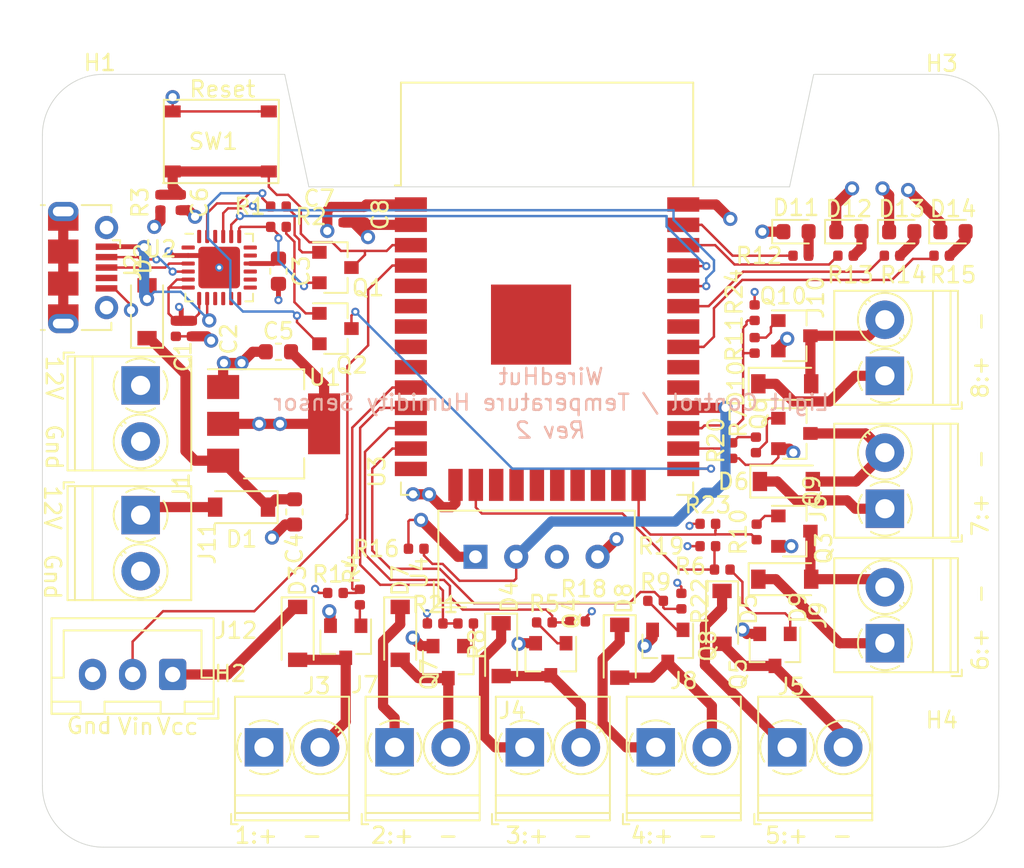
<source format=kicad_pcb>
(kicad_pcb (version 20211014) (generator pcbnew)
  (title_block (date "2021-12-03") (comment 4 "@Comment4@"))
  (layers (0 "F.Cu" signal) (1 "In1.Cu" power) (2 "In2.Cu" power) (31 "B.Cu" signal) (34 "B.Paste" user) (35 "F.Paste" user) (36 "B.SilkS" user "B.Silkscreen") (37 "F.SilkS" user "F.Silkscreen") (38 "B.Mask" user) (39 "F.Mask" user) (44 "Edge.Cuts" user))
  (net 0 "")
  (net 1 "GND")
  (net 2 "+3V3")
  (net 3 "Net-(C3-Pad1)")
  (net 4 "Net-(C4-Pad1)")
  (net 5 "/EN")
  (net 6 "VCC")
  (net 7 "VBUS")
  (net 8 "/USB_RTS")
  (net 9 "Net-(Q1-Pad1)")
  (net 10 "/IO0")
  (net 11 "/USB_DTR")
  (net 12 "Net-(Q2-Pad1)")
  (net 13 "/USB_TX")
  (net 14 "/USB_RX")
  (net 15 "/USB_DM")
  (net 16 "/USB_DP")
  (net 17 "Net-(D3-Pad2)")
  (net 18 "Net-(D4-Pad2)")
  (net 19 "Net-(D5-Pad2)")
  (net 20 "Net-(D6-Pad2)")
  (net 21 "Net-(D7-Pad2)")
  (net 22 "Net-(D8-Pad2)")
  (net 23 "Net-(D9-Pad2)")
  (net 24 "Net-(D10-Pad2)")
  (net 25 "Net-(Q3-Pad1)")
  (net 26 "Net-(Q4-Pad1)")
  (net 27 "Net-(Q5-Pad1)")
  (net 28 "Net-(Q6-Pad1)")
  (net 29 "Net-(Q7-Pad1)")
  (net 30 "Net-(Q8-Pad1)")
  (net 31 "Net-(Q9-Pad1)")
  (net 32 "Net-(Q10-Pad1)")
  (net 33 "/PIR_A")
  (net 34 "/CH_1")
  (net 35 "/CH_3")
  (net 36 "/CH_5")
  (net 37 "/CH_7")
  (net 38 "/CH_2")
  (net 39 "/CH_4")
  (net 40 "/CH_6")
  (net 41 "/CH_8")
  (net 42 "Net-(D11-Pad2)")
  (net 43 "Net-(D12-Pad2)")
  (net 44 "Net-(D13-Pad2)")
  (net 45 "Net-(D14-Pad2)")
  (net 46 "/LED1")
  (net 47 "/LED2")
  (net 48 "/LED3")
  (net 49 "/LED4")
  (net 50 "/DHT_IO")
  (footprint "Resistor_SMD:R_0402_1005Metric" (layer "F.Cu") (at 111.2 69.85 -90)
    (fp_text reference "C1")
    (fp_text value "1uF")
  )
  (footprint "Resistor_SMD:R_0402_1005Metric" (layer "F.Cu") (at 112.2 69.85 -90)
    (fp_text reference "C2")
    (fp_text value "0.1uF")
  )
  (footprint "Resistor_SMD:R_0603_1608Metric" (layer "F.Cu") (at 117.602 66.2685 -90)
    (fp_text reference "C3")
    (fp_text value "4.7uF")
  )
  (footprint "Resistor_SMD:R_0603_1608Metric" (layer "F.Cu") (at 118.6 81.3 -90)
    (fp_text reference "C4")
    (fp_text value "1uF")
  )
  (footprint "Resistor_SMD:R_0603_1608Metric" (layer "F.Cu") (at 117.6 71.3 180)
    (fp_text reference "C5")
    (fp_text value "22uF")
  )
  (footprint "Resistor_SMD:R_0402_1005Metric" (layer "F.Cu") (at 122.936 62.738 90)
    (fp_text reference "C8")
    (fp_text value "0.1uF")
  )
  (footprint "Diode_SMD:D_SOD-123" (layer "F.Cu") (at 115.3 81 180)
    (fp_text reference "D1")
    (fp_text value "D_Schottky")
  )
  (footprint "Diode_SMD:D_SOD-123" (layer "F.Cu") (at 109.4 68.8 90)
    (fp_text reference "D2")
    (fp_text value "D_Schottky")
  )
  (footprint "Package_TO_SOT_SMD:SOT-23" (layer "F.Cu") (at 121.158 69.85)
    (fp_text reference "Q2")
    (fp_text value "Q_NPN_BEC")
  )
  (footprint "Resistor_SMD:R_0402_1005Metric" (layer "F.Cu") (at 117.602 62.23 180)
    (fp_text reference "R1")
    (fp_text value "10kR")
  )
  (footprint "Resistor_SMD:R_0402_1005Metric" (layer "F.Cu") (at 117.602 63.5 180)
    (fp_text reference "R2")
    (fp_text value "10kR")
  )
  (footprint "Resistor_SMD:R_0402_1005Metric" (layer "F.Cu") (at 110.236 61.976 -90)
    (fp_text reference "R3")
    (fp_text value "10kR")
  )
  (footprint "footprints:TS-1187A" (layer "F.Cu") (at 114 58.166)
    (fp_text reference "SW1")
    (fp_text value "SW_Push")
  )
  (footprint "Package_TO_SOT_SMD:SOT-223-3_TabPin2" (layer "F.Cu") (at 117.3 75.8)
    (fp_text reference "U1")
    (fp_text value "AZ1117-3.3")
  )
  (footprint "Package_DFN_QFN:QFN-24-1EP_4x4mm_P0.5mm_EP2.6x2.6mm" (layer "F.Cu") (at 113.904 66.04)
    (fp_text reference "U2")
    (fp_text value "CP2104")
  )
  (footprint "RF_Module:ESP32-WROOM-32" (layer "F.Cu") (at 134.366 70.358)
    (fp_text reference "U3")
    (fp_text value "ESP32-WROOM-32")
  )
  (footprint "Diode_SMD:D_SOD-123" (layer "F.Cu") (at 118.8 88.884 -90)
    (fp_text reference "D3")
    (fp_text value "D_Schottky")
  )
  (footprint "Connector_USB:USB_Micro-B_Molex-105017-0001" (layer "F.Cu") (at 105.41 66.04 -90)
    (fp_text reference "J2")
    (fp_text value "USB_B_Micro")
  )
  (footprint "Resistor_SMD:R_0402_1005Metric" (layer "F.Cu") (at 122.682 86.614 90)
    (fp_text reference "R4")
    (fp_text value "100R")
  )
  (footprint "Resistor_SMD:R_0402_1005Metric" (layer "F.Cu") (at 134.2 88.2)
    (fp_text reference "R5")
    (fp_text value "100R")
  )
  (footprint "Resistor_SMD:R_0402_1005Metric" (layer "F.Cu") (at 145.3 84.9 180)
    (fp_text reference "R6")
    (fp_text value "100R")
  )
  (footprint "Resistor_SMD:R_0402_1005Metric" (layer "F.Cu") (at 147.4 77.115 90)
    (fp_text reference "R7")
    (fp_text value "100R")
  )
  (footprint "Resistor_SMD:R_0402_1005Metric" (layer "F.Cu") (at 129.286 88.265 180)
    (fp_text reference "R8")
    (fp_text value "100R")
  )
  (footprint "Resistor_SMD:R_0402_1005Metric" (layer "F.Cu") (at 141.138 86.852)
    (fp_text reference "R9")
    (fp_text value "100R")
  )
  (footprint "Resistor_SMD:R_0402_1005Metric" (layer "F.Cu") (at 147.32 70.9 -90)
    (fp_text reference "R11")
    (fp_text value "100R")
  )
  (footprint "TerminalBlock_Phoenix:TerminalBlock_Phoenix_PT-1,5-2-3.5-H_1x02_P3.50mm_Horizontal" (layer "F.Cu") (at 109 73.4 -90)
    (fp_text reference "J1")
    (fp_text value "Screw_Terminal_01x02")
  )
  (footprint "TerminalBlock_Phoenix:TerminalBlock_Phoenix_PT-1,5-2-3.5-H_1x02_P3.50mm_Horizontal" (layer "F.Cu") (at 116.7 96)
    (fp_text reference "J3")
    (fp_text value "Screw_Terminal_01x02")
  )
  (footprint "Resistor_SMD:R_0402_1005Metric" (layer "F.Cu") (at 121.666 62.738 90)
    (fp_text reference "C7")
    (fp_text value "10uF")
  )
  (footprint "Package_TO_SOT_SMD:SOT-23" (layer "F.Cu") (at 121.158 66.04)
    (fp_text reference "Q1")
    (fp_text value "Q_NPN_BEC")
  )
  (footprint "Resistor_SMD:R_0402_1005Metric" (layer "F.Cu") (at 111.506 61.976 -90)
    (fp_text reference "C6")
    (fp_text value "0.1uF")
  )
  (footprint "Diode_SMD:D_SOD-123" (layer "F.Cu") (at 131.5 89.9 -90)
    (fp_text reference "D4")
    (fp_text value "D_Schottky")
  )
  (footprint "Diode_SMD:D_SOD-123" (layer "F.Cu") (at 145.288 87.884 -90)
    (fp_text reference "D5")
    (fp_text value "D_Schottky")
  )
  (footprint "Diode_SMD:D_SOD-123" (layer "F.Cu") (at 149.3 79.4)
    (fp_text reference "D6")
    (fp_text value "D_Schottky")
  )
  (footprint "Diode_SMD:D_SOD-123" (layer "F.Cu") (at 125.2 88.884 -90)
    (fp_text reference "D7")
    (fp_text value "D_Schottky")
  )
  (footprint "Diode_SMD:D_SOD-123" (layer "F.Cu") (at 138.9 90 -90)
    (fp_text reference "D8")
    (fp_text value "D_Schottky")
  )
  (footprint "Diode_SMD:D_SOD-123" (layer "F.Cu") (at 149.2 73.3)
    (fp_text reference "D10")
    (fp_text value "D_Schottky")
  )
  (footprint "Package_TO_SOT_SMD:SOT-23" (layer "F.Cu") (at 134.6 90.5 -90)
    (fp_text reference "Q4")
    (fp_text value "Q_NMOS_GDS")
  )
  (footprint "Package_TO_SOT_SMD:SOT-23" (layer "F.Cu") (at 148.59 89.916 -90)
    (fp_text reference "Q5")
    (fp_text value "Q_NMOS_GDS")
  )
  (footprint "Package_TO_SOT_SMD:SOT-23" (layer "F.Cu") (at 149.8 76.4)
    (fp_text reference "Q6")
    (fp_text value "Q_NMOS_GDS")
  )
  (footprint "Package_TO_SOT_SMD:SOT-23" (layer "F.Cu") (at 128.2 90.678 -90)
    (fp_text reference "Q7")
    (fp_text value "Q_NMOS_GDS")
  )
  (footprint "Package_TO_SOT_SMD:SOT-23" (layer "F.Cu") (at 141.9 89.662 -90)
    (fp_text reference "Q8")
    (fp_text value "Q_NMOS_GDS")
  )
  (footprint "TerminalBlock_Phoenix:TerminalBlock_Phoenix_PT-1,5-2-3.5-H_1x02_P3.50mm_Horizontal" (layer "F.Cu") (at 132.978 96)
    (fp_text reference "J4")
    (fp_text value "Screw_Terminal_01x02")
  )
  (footprint "TerminalBlock_Phoenix:TerminalBlock_Phoenix_PT-1,5-2-3.5-H_1x02_P3.50mm_Horizontal" (layer "F.Cu") (at 149.35 96)
    (fp_text reference "J5")
    (fp_text value "Screw_Terminal_01x02")
  )
  (footprint "TerminalBlock_Phoenix:TerminalBlock_Phoenix_PT-1,5-2-3.5-H_1x02_P3.50mm_Horizontal" (layer "F.Cu") (at 155.448 81.1 90)
    (fp_text reference "J6")
    (fp_text value "Screw_Terminal_01x02")
  )
  (footprint "TerminalBlock_Phoenix:TerminalBlock_Phoenix_PT-1,5-2-3.5-H_1x02_P3.50mm_Horizontal" (layer "F.Cu") (at 124.85 96)
    (fp_text reference "J7")
    (fp_text value "Screw_Terminal_01x02")
  )
  (footprint "TerminalBlock_Phoenix:TerminalBlock_Phoenix_PT-1,5-2-3.5-H_1x02_P3.50mm_Horizontal" (layer "F.Cu") (at 141.15 96)
    (fp_text reference "J8")
    (fp_text value "Screw_Terminal_01x02")
  )
  (footprint "TerminalBlock_Phoenix:TerminalBlock_Phoenix_PT-1,5-2-3.5-H_1x02_P3.50mm_Horizontal" (layer "F.Cu") (at 155.448 72.8 90)
    (fp_text reference "J10")
    (fp_text value "Screw_Terminal_01x02")
  )
  (footprint "Resistor_SMD:R_0402_1005Metric" (layer "F.Cu") (at 147.447 82.55 -90)
    (fp_text reference "R10")
    (fp_text value "100R")
  )
  (footprint "TerminalBlock_Phoenix:TerminalBlock_Phoenix_PT-1,5-2-3.5-H_1x02_P3.50mm_Horizontal" (layer "F.Cu") (at 155.448 89.5 90)
    (fp_text reference "J9")
    (fp_text value "Screw_Terminal_01x02")
  )
  (footprint "Package_TO_SOT_SMD:SOT-23" (layer "F.Cu") (at 149.8 82.5)
    (fp_text reference "Q9")
    (fp_text value "Q_NMOS_GDS")
  )
  (footprint "TerminalBlock_Phoenix:TerminalBlock_Phoenix_PT-1,5-2-3.5-H_1x02_P3.50mm_Horizontal" (layer "F.Cu") (at 109 81.5 -90)
    (fp_text reference "J11")
    (fp_text value "Screw_Terminal_01x02")
  )
  (footprint "Connector_JST:JST_XH_B3B-XH-A_1x03_P2.50mm_Vertical" (layer "F.Cu") (at 111 91.45 180)
    (fp_text reference "J12")
    (fp_text value "Conn_01x03")
  )
  (footprint "MountingHole:MountingHole_3.2mm_M3" (layer "F.Cu") (at 106.45 57.45)
    (fp_text reference "H1")
    (fp_text value "MountingHole")
  )
  (footprint "MountingHole:MountingHole_3.2mm_M3" (layer "F.Cu") (at 106.5 98.5)
    (fp_text reference "H2")
    (fp_text value "MountingHole")
  )
  (footprint "MountingHole:MountingHole_3.2mm_M3" (layer "F.Cu") (at 159 57.5)
    (fp_text reference "H3")
    (fp_text value "MountingHole")
  )
  (footprint "MountingHole:MountingHole_3.2mm_M3" (layer "F.Cu") (at 159 98.5)
    (fp_text reference "H4")
    (fp_text value "MountingHole")
  )
  (footprint "Diode_SMD:D_SOD-123" (layer "F.Cu") (at 149.2 85.5)
    (fp_text reference "D9")
    (fp_text value "D_Schottky")
  )
  (footprint "LED_SMD:LED_0603_1608Metric" (layer "F.Cu") (at 149.9 63.8)
    (fp_text reference "D11")
    (fp_text value "Green")
  )
  (footprint "LED_SMD:LED_0603_1608Metric" (layer "F.Cu") (at 153.2 63.8)
    (fp_text reference "D12")
    (fp_text value "Green")
  )
  (footprint "LED_SMD:LED_0603_1608Metric" (layer "F.Cu") (at 156.5 63.8)
    (fp_text reference "D13")
    (fp_text value "Red")
  )
  (footprint "LED_SMD:LED_0603_1608Metric" (layer "F.Cu") (at 159.7 63.8)
    (fp_text reference "D14")
    (fp_text value "Red")
  )
  (footprint "Resistor_SMD:R_0402_1005Metric" (layer "F.Cu") (at 150.2 65.3)
    (fp_text reference "R12")
    (fp_text value "47R")
  )
  (footprint "Resistor_SMD:R_0402_1005Metric" (layer "F.Cu") (at 153 65.3)
    (fp_text reference "R13")
    (fp_text value "47R")
  )
  (footprint "Resistor_SMD:R_0402_1005Metric" (layer "F.Cu") (at 155.9 65.3)
    (fp_text reference "R14")
    (fp_text value "150R")
  )
  (footprint "Resistor_SMD:R_0402_1005Metric" (layer "F.Cu") (at 159 65.3)
    (fp_text reference "R15")
    (fp_text value "150R")
  )
  (footprint "Sensor:Aosong_DHT11_5.5x12.0_P2.54mm" (layer "F.Cu") (at 129.9 84.1 90)
    (fp_text reference "U4")
    (fp_text value "DHT11")
  )
  (footprint "Resistor_SMD:R_0402_1005Metric" (layer "F.Cu") (at 126.2 83.6 180)
    (fp_text reference "R16")
    (fp_text value "10kR")
  )
  (footprint "Package_TO_SOT_SMD:SOT-23" (layer "F.Cu") (at 121.8 89.408 -90)
    (fp_text reference "Q3")
    (fp_text value "Q_NMOS_GSD")
  )
  (footprint "Resistor_SMD:R_0402_1005Metric" (layer "F.Cu") (at 121.158 86.36)
    (fp_text reference "R17")
    (fp_text value "10kR")
  )
  (footprint "Resistor_SMD:R_0402_1005Metric" (layer "F.Cu") (at 136.271 88.138 180)
    (fp_text reference "R18")
    (fp_text value "10kR")
  )
  (footprint "Resistor_SMD:R_0402_1005Metric" (layer "F.Cu") (at 144.399 83.439)
    (fp_text reference "R19")
    (fp_text value "10kR")
  )
  (footprint "Resistor_SMD:R_0402_1005Metric" (layer "F.Cu") (at 145.923 77.47 90)
    (fp_text reference "R20")
    (fp_text value "10kR")
  )
  (footprint "Resistor_SMD:R_0402_1005Metric" (layer "F.Cu") (at 127.381 88.265)
    (fp_text reference "R21")
    (fp_text value "10kR")
  )
  (footprint "Resistor_SMD:R_0402_1005Metric" (layer "F.Cu") (at 142.748 86.868 -90)
    (fp_text reference "R22")
    (fp_text value "10kR")
  )
  (footprint "Resistor_SMD:R_0402_1005Metric" (layer "F.Cu") (at 144.399 82.042)
    (fp_text reference "R23")
    (fp_text value "10kR")
  )
  (footprint "Resistor_SMD:R_0402_1005Metric" (layer "F.Cu") (at 147.32 68.857 -90)
    (fp_text reference "R24")
    (fp_text value "10kR")
  )
  (footprint "Package_TO_SOT_SMD:SOT-23" (layer "F.Cu") (at 149.8 70.3)
    (fp_text reference "Q10")
    (fp_text value "Q_NMOS_GDS")
  )
  (gr_line (start 102.87 57.785) (end 102.87 98.425) (layer "Edge.Cuts") (width 0.05))
  (gr_line (start 106.68 102.235) (end 158.75 102.235) (layer "Edge.Cuts") (width 0.05))
  (gr_line (start 162.56 98.425) (end 162.56 57.785) (layer "Edge.Cuts") (width 0.05))
  (gr_line (start 117.975 53.975) (end 118 54) (layer "Edge.Cuts") (width 0.05))
  (gr_line (start 151.025 53.975) (end 151 54) (layer "Edge.Cuts") (width 0.05))
  (gr_line (start 118 54) (end 119.5 61) (layer "Edge.Cuts") (width 0.05))
  (gr_line (start 106.68 53.975) (end 117.975 53.975) (layer "Edge.Cuts") (width 0.05))
  (gr_line (start 119.5 61) (end 149.5 61) (layer "Edge.Cuts") (width 0.05))
  (gr_arc (start 162.56 98.425) (mid 161.444077 101.119077) (end 158.75 102.235) (layer "Edge.Cuts") (width 0.05))
  (gr_arc (start 158.75 53.975) (mid 161.444077 55.090923) (end 162.56 57.785) (layer "Edge.Cuts") (width 0.05))
  (gr_arc (start 102.87 57.785) (mid 103.985923 55.090923) (end 106.68 53.975) (layer "Edge.Cuts") (width 0.05))
  (gr_arc (start 106.68 102.235) (mid 103.985923 101.119077) (end 102.87 98.425) (layer "Edge.Cuts") (width 0.05))
  (gr_line (start 149.5 61) (end 151 54) (layer "Edge.Cuts") (width 0.05))
  (gr_line (start 158.75 53.975) (end 151.025 53.975) (layer "Edge.Cuts") (width 0.05))
  (gr_text "WiredHut\nLight Control / Temperature Humidity Sensor" (at 134.62 73.66) (layer "B.SilkS") (effects (font (size 1 1)) (justify mirror)))
  (gr_text "Rev 2" (at 134.62 76.2) (layer "B.SilkS") (effects (font (size 1 1) (thickness 0.15) italic) (justify mirror)))
  (gr_text "12V  Gnd" (at 103.5 83.2 270) (layer "F.SilkS") (effects (font (size 1 1))))
  (gr_text "5:+  -" (at 150.7 101.5) (layer "F.SilkS") (effects (font (size 1 1))))
  (gr_text "Gnd" (at 105.8 94.65) (layer "F.SilkS") (effects (font (size 1 1))))
  (gr_text "6:+  -" (at 161.4 88.5 90) (layer "F.SilkS") (effects (font (size 1 1))))
  (gr_text "8:+  -" (at 161.4 71.5 90) (layer "F.SilkS") (effects (font (size 1 1))))
  (gr_text "3:+  -" (at 134.5 101.5) (layer "F.SilkS") (effects (font (size 1 1))))
  (gr_text "Vin" (at 108.7 94.7) (layer "F.SilkS") (effects (font (size 1 1))))
  (gr_text "2:+  -" (at 126.1 101.5) (layer "F.SilkS") (effects (font (size 1 1))))
  (gr_text "Vcc" (at 111.3 94.7) (layer "F.SilkS") (effects (font (size 1 1))))
  (gr_text "4:+  -" (at 142.3 101.5) (layer "F.SilkS") (effects (font (size 1 1))))
  (gr_text "1:+  -" (at 117.6 101.5) (layer "F.SilkS") (effects (font (size 1 1))))
  (gr_text "7:+  -" (at 161.4 80.1 90) (layer "F.SilkS") (effects (font (size 1 1))))
  (gr_text "Reset" (at 114.1 54.9) (layer "F.SilkS") (effects (font (size 1 1))))
  (gr_text "12V  Gnd" (at 103.6 75.1 270) (layer "F.SilkS") (effects (font (size 1 1))))
  (segment (start 117.602 67.056) (end 117.602 68.072) (width 0.3048) (layer "F.Cu") (net 1))
  (segment (start 116 71.3) (end 115.3 72) (width 0.635) (layer "F.Cu") (net 1))
  (segment (start 111.9665 65.29) (end 113.154 65.29) (width 0.3048) (layer "F.Cu") (net 1))
  (segment (start 155.7125 63.8) (end 155.7125 61.5125) (width 0.635) (layer "F.Cu") (net 1))
  (segment (start 148.8 77.9024) (end 148.8 77.35) (width 0.1524) (layer "F.Cu") (net 1))
  (segment (start 111 56.291) (end 111 55.4) (width 0.1524) (layer "F.Cu") (net 1))
  (segment (start 114.15 73.5) (end 114.15 72.05) (width 0.635) (layer "F.Cu") (net 1))
  (segment (start 147.64 88.916) (end 146.828 88.916) (width 0.635) (layer "F.Cu") (net 1))
  (segment (start 146.343 77.955) (end 146.747 78.359) (width 0.1524) (layer "F.Cu") (net 1))
  (segment (start 114.15 72.05) (end 114.2 72) (width 0.635) (layer "F.Cu") (net 1))
  (segment (start 158.9125 63.8) (end 158.9125 63.2125) (width 0.635) (layer "F.Cu") (net 1))
  (segment (start 146.747 78.359) (end 148.3434 78.359) (width 0.1524) (layer "F.Cu") (net 1))
  (segment (start 148.3434 78.359) (end 148.8 77.9024) (width 0.1524) (layer "F.Cu") (net 1))
  (segment (start 123.086 62.103) (end 122.936 62.253) (width 0.635) (layer "F.Cu") (net 1))
  (segment (start 137.6 84.1) (end 138.7 83) (width 0.635) (layer "F.Cu") (net 1))
  (segment (start 104.1725 65.04) (end 104.1725 67.04) (width 0.635) (layer "F.Cu") (net 1))
  (segment (start 149.595 83.45) (end 149.606 83.439) (width 0.635) (layer "F.Cu") (net 1))
  (segment (start 111.01 65.29) (end 110.744 65.024) (width 0.3048) (layer "F.Cu") (net 1))
  (segment (start 128.651 79.613) (end 128.651 80.749) (width 0.635) (layer "F.Cu") (net 1))
  (segment (start 117 56.291) (end 116.3476 56.291) (width 0.1524) (layer "F.Cu") (net 1))
  (segment (start 113.154 65.29) (end 113.904 66.04) (width 0.3048) (layer "F.Cu") (net 1))
  (segment (start 136.756 87.907) (end 137.16 87.503) (width 0.1524) (layer "F.Cu") (net 1))
  (segment (start 128.651 80.749) (end 128.4 81) (width 0.635) (layer "F.Cu") (net 1))
  (segment (start 106.8725 67.34) (end 107.3475 67.34) (width 0.1524) (layer "F.Cu") (net 1))
  (segment (start 152.4125 63.8) (end 152.4125 62.0875) (width 0.635) (layer "F.Cu") (net 1))
  (segment (start 120.673 86.36) (end 120.142 86.36) (width 0.1524) (layer "F.Cu") (net 1))
  (segment (start 146.828 88.916) (end 146.558 88.646) (width 0.635) (layer "F.Cu") (net 1))
  (segment (start 126.896 87.653) (end 126.873 87.63) (width 0.1524) (layer "F.Cu") (net 1))
  (segment (start 143.914 82.042) (end 143.383 82.042) (width 0.1524) (layer "F.Cu") (net 1))
  (segment (start 143.383 82.042) (end 143.256 82.169) (width 0.1524) (layer "F.Cu") (net 1))
  (segment (start 149.486 77.35) (end 149.733 77.597) (width 0.635) (layer "F.Cu") (net 1))
  (segment (start 143.914 83.439) (end 143.129 83.439) (width 0.1524) (layer "F.Cu") (net 1))
  (segment (start 127 80.2) (end 126 80.2) (width 0.635) (layer "F.Cu") (net 1))
  (segment (start 121.666 62.253) (end 120.881 62.253) (width 0.635) (layer "F.Cu") (net 1))
  (segment (start 145.923 77.955) (end 146.343 77.955) (width 0.1524) (layer "F.Cu") (net 1))
  (segment (start 148.8 77.35) (end 149.486 77.35) (width 0.635) (layer "F.Cu") (net 1))
  (segment (start 148.8 83.45) (end 149.595 83.45) (width 0.635) (layer "F.Cu") (net 1))
  (segment (start 140.95 88.662) (end 140.95 89.174) (width 0.635) (layer "F.Cu") (net 1))
  (segment (start 111.991 62.461) (end 112.395 62.865) (width 0.635) (layer "F.Cu") (net 1))
  (segment (start 126.508 89.678) (end 125.984 89.154) (width 0.635) (layer "F.Cu") (net 1))
  (segment (start 127.25 89.678) (end 126.508 89.678) (width 0.635) (layer "F.Cu") (net 1))
  (segment (start 137.52 84.1) (end 137.6 84.1) (width 0.635) (layer "F.Cu") (net 1))
  (segment (start 148.8 71.037) (end 149.352 70.485) (width 0.635) (layer "F.Cu") (net 1))
  (segment (start 120.85 88.408) (end 120.85 87.576) (width 0.635) (layer "F.Cu") (net 1))
  (segment (start 126.896 88.265) (end 126.896 87.653) (width 0.1524) (layer "F.Cu") (net 1))
  (segment (start 112.2 70.335) (end 113.135 70.335) (width 0.635) (layer "F.Cu") (net 1))
  (segment (start 122.936 62.253) (end 121.666 62.253) (width 0.635) (layer "F.Cu") (net 1))
  (segment (start 147.32 68.372) (end 147.32 67.564) (width 0.1524) (layer "F.Cu") (net 1))
  (segment (start 142.748 85.979) (end 142.494 85.725) (width 0.1524) (layer "F.Cu") (net 1))
  (segment (start 111.9665 65.29) (end 111.01 65.29) (width 0.3048) (layer "F.Cu") (net 1))
  (segment (start 158.9125 63.2125) (end 156.9 61.2) (width 0.635) (layer "F.Cu") (net 1))
  (segment (start 108.4 68.3925) (end 108.4 68.7) (width 0.1524) (layer "F.Cu") (net 1))
  (segment (start 116.8125 71.3) (end 116 71.3) (width 0.635) (layer "F.Cu") (net 1))
  (segment (start 120.881 62.253) (end 120.87609 62.25791) (width 0.635) (layer "F.Cu") (net 1))
  (segment (start 113.135 70.335) (end 113.4 70.6) (width 0.635) (layer "F.Cu") (net 1))
  (segment (start 125.866 62.103) (end 123.086 62.103) (width 0.635) (layer "F.Cu") (net 1))
  (segment (start 136.756 88.138) (end 136.756 87.907) (width 0.1524) (layer "F.Cu") (net 1))
  (segment (start 142.866 62.103) (end 144.903 62.103) (width 0.635) (layer "F.Cu") (net 1))
  (segment (start 149.1125 63.8) (end 147.8 63.8) (width 0.635) (layer "F.Cu") (net 1))
  (segment (start 133.65 89.5) (end 132.623 89.5) (width 0.635) (layer "F.Cu") (net 1))
  (segment (start 111.2 70.335) (end 112.2 70.335) (width 0.1524) (layer "F.Cu") (net 1))
  (segment (start 128.4 81) (end 127.8 81) (width 0.635) (layer "F.Cu") (net 1))
  (segment (start 142.748 86.383) (end 142.748 85.979) (width 0.1524) (layer "F.Cu") (net 1))
  (segment (start 155.7125 61.5125) (end 155.3 61.1) (width 0.635) (layer "F.Cu") (net 1))
  (segment (start 148.8 71.25) (end 148.8 71.037) (width 0.635) (layer "F.Cu") (net 1))
  (segment (start 118.6 82.0875) (end 118.0125 82.0875) (width 0.635) (layer "F.Cu") (net 1))
  (segment (start 116.3476 56.291) (end 111 56.291) (width 0.1524) (layer "F.Cu") (net 1))
  (segment (start 132.623 89.5) (end 132.588 89.535) (width 0.635) (layer "F.Cu") (net 1))
  (segment (start 120.85 87.576) (end 120.777 87.503) (width 0.635) (layer "F.Cu") (net 1))
  (segment (start 104.1725 67.04) (end 104.1725 68.94) (width 0.635) (layer "F.Cu") (net 1))
  (segment (start 118.0125 82.0875) (end 117.2 82.9) (width 0.635) (layer "F.Cu") (net 1))
  (segment (start 140.95 89.174) (end 140.462 89.662) (width 0.635) (layer "F.Cu") (net 1))
  (segment (start 120.65 62.484) (end 120.65 63.754) (width 0.635) (layer "F.Cu") (net 1))
  (segment (start 120.142 86.36) (end 119.888 86.106) (width 0.1524) (layer "F.Cu") (net 1))
  (segment (start 111.506 62.461) (end 111.991 62.461) (width 0.635) (layer "F.Cu") (net 1))
  (segment (start 144.903 62.103) (end 145.8 63) (width 0.635) (layer "F.Cu") (net 1))
  (segment (start 120.87609 62.25791) (end 120.65 62.484) (width 0.635) (layer "F.Cu") (net 1))
  (segment (start 115.3 72) (end 114.2 72) (width 0.635) (layer "F.Cu") (net 1))
  (segment (start 107.3475 67.34) (end 108.4 68.3925) (width 0.1524) (layer "F.Cu") (net 1))
  (segment (start 104.1725 63.14) (end 104.1725 65.04) (width 0.635) (layer "F.Cu") (net 1))
  (segment (start 152.4125 62.0875) (end 153.4 61.1) (width 0.635) (layer "F.Cu") (net 1))
  (segment (start 127.8 81) (end 127 80.2) (width 0.635) (layer "F.Cu") (net 1))
  (via (at 117.2 82.9) (size 0.889) (drill 0.508) (layers "F.Cu" "B.Cu") (net 1))
  (via (at 149.352 70.485) (size 0.889) (drill 0.508) (layers "F.Cu" "B.Cu") (net 1))
  (via (at 110.744 65.024) (size 0.508) (drill 0.254) (layers "F.Cu" "B.Cu") (net 1))
  (via (at 108.4 68.7) (size 0.889) (drill 0.508) (layers "F.Cu" "B.Cu") (net 1))
  (via (at 126.873 87.63) (size 0.508) (drill 0.254) (layers "F.Cu" "B.Cu") (net 1))
  (via (at 115.3 72) (size 0.889) (drill 0.508) (layers "F.Cu" "B.Cu") (net 1))
  (via (at 112.395 62.865) (size 0.889) (drill 0.508) (layers "F.Cu" "B.Cu") (net 1))
  (via (at 126 80.2) (size 0.889) (drill 0.508) (layers "F.Cu" "B.Cu") (net 1))
  (via (at 149.606 83.439) (size 0.889) (drill 0.508) (layers "F.Cu" "B.Cu") (net 1))
  (via (at 120.65 63.754) (size 0.889) (drill 0.508) (layers "F.Cu" "B.Cu") (net 1))
  (via (at 147.8 63.8) (size 0.889) (drill 0.508) (layers "F.Cu" "B.Cu") (net 1))
  (via (at 147.32 67.564) (size 0.508) (drill 0.254) (layers "F.Cu" "B.Cu") (net 1))
  (via (at 155.3 61.1) (size 0.889) (drill 0.508) (layers "F.Cu" "B.Cu") (net 1))
  (via (at 120.777 87.503) (size 0.889) (drill 0.508) (layers "F.Cu" "B.Cu") (net 1))
  (via (at 119.888 86.106) (size 0.508) (drill 0.254) (layers "F.Cu" "B.Cu") (net 1))
  (via (at 125.984 89.154) (size 0.889) (drill 0.508) (layers "F.Cu" "B.Cu") (net 1))
  (via (at 137.16 87.503) (size 0.508) (drill 0.254) (layers "F.Cu" "B.Cu") (net 1))
  (via (at 114.2 72) (size 0.889) (drill 0.508) (layers "F.Cu" "B.Cu") (net 1))
  (via (at 140.462 89.662) (size 0.889) (drill 0.508) (layers "F.Cu" "B.Cu") (net 1))
  (via (at 113.904 66.04) (size 0.508) (drill 0.254) (layers "F.Cu" "B.Cu") (net 1))
  (via (at 142.494 85.725) (size 0.508) (drill 0.254) (layers "F.Cu" "B.Cu") (net 1))
  (via (at 146.558 88.646) (size 0.889) (drill 0.508) (layers "F.Cu" "B.Cu") (net 1))
  (via (at 153.4 61.1) (size 0.889) (drill 0.508) (layers "F.Cu" "B.Cu") (net 1))
  (via (at 149.733 77.597) (size 0.889) (drill 0.508) (layers "F.Cu" "B.Cu") (net 1))
  (via (at 117.602 68.072) (size 0.508) (drill 0.254) (layers "F.Cu" "B.Cu") (net 1))
  (via (at 111 55.4) (size 0.889) (drill 0.508) (layers "F.Cu" "B.Cu") (net 1))
  (via (at 156.9 61.2) (size 0.889) (drill 0.508) (layers "F.Cu" "B.Cu") (net 1))
  (via (at 143.129 83.439) (size 0.508) (drill 0.254) (layers "F.Cu" "B.Cu") (net 1))
  (via (at 138.7 83) (size 0.889) (drill 0.508) (layers "F.Cu" "B.Cu") (net 1))
  (via (at 145.8 63) (size 0.889) (drill 0.508) (layers "F.Cu" "B.Cu") (net 1))
  (via (at 132.588 89.535) (size 0.889) (drill 0.508) (layers "F.Cu" "B.Cu") (net 1))
  (via (at 143.256 82.169) (size 0.508) (drill 0.254) (layers "F.Cu" "B.Cu") (net 1))
  (via (at 127 80.2) (size 0.889) (drill 0.508) (layers "F.Cu" "B.Cu") (net 1))
  (via (at 113.4 70.6) (size 0.889) (drill 0.508) (layers "F.Cu" "B.Cu") (net 1))
  (segment (start 125.866 63.373) (end 123.086 63.373) (width 0.635) (layer "F.Cu") (net 2))
  (segment (start 125.871383 81.8) (end 126.5 81.8) (width 0.1524) (layer "F.Cu") (net 2))
  (segment (start 111.264 66.79) (end 111.9665 66.79) (width 0.1524) (layer "F.Cu") (net 2))
  (segment (start 111.2 69.365) (end 111.535 69.365) (width 0.635) (layer "F.Cu") (net 2))
  (segment (start 123.086 63.373) (end 122.936 63.223) (width 0.635) (layer "F.Cu") (net 2))
  (segment (start 121.666 63.223) (end 122.278 63.223) (width 0.635) (layer "F.Cu") (net 2))
  (segment (start 120.45 75.8) (end 120.45 73.3625) (width 0.635) (layer "F.Cu") (net 2))
  (segment (start 110.744 67.31) (end 110.744 68.909) (width 0.1524) (layer "F.Cu") (net 2))
  (segment (start 110.744 67.31) (end 111.264 66.79) (width 0.1524) (layer "F.Cu") (net 2))
  (segment (start 120.45 73.3625) (end 118.3875 71.3) (width 0.635) (layer "F.Cu") (net 2))
  (segment (start 110.744 67.31) (end 110.764 67.29) (width 0.1524) (layer "F.Cu") (net 2))
  (segment (start 114.15 75.8) (end 116.4 75.8) (width 0.635) (layer "F.Cu") (net 2))
  (segment (start 111.535 69.365) (end 111.535 68.635) (width 0.3048) (layer "F.Cu") (net 2))
  (segment (start 125.8 81.8) (end 125.871383 81.8) (width 0.1524) (layer "F.Cu") (net 2))
  (segment (start 112.654 67.9775) (end 112.654 68.911) (width 0.1524) (layer "F.Cu") (net 2))
  (segment (start 125.715 81.885) (end 125.8 81.8) (width 0.1524) (layer "F.Cu") (net 2))
  (segment (start 111.535 69.365) (end 112.2 69.365) (width 0.635) (layer "F.Cu") (net 2))
  (segment (start 112.654 68.911) (end 112.2 69.365) (width 0.1524) (layer "F.Cu") (net 2))
  (segment (start 125.715 83.6) (end 125.715 81.885) (width 0.1524) (layer "F.Cu") (net 2))
  (segment (start 110.236 63.119) (end 109.855 63.5) (width 0.635) (layer "F.Cu") (net 2))
  (segment (start 110.764 67.29) (end 111.9665 67.29) (width 0.1524) (layer "F.Cu") (net 2))
  (segment (start 122.936 63.223) (end 121.666 63.223) (width 0.635) (layer "F.Cu") (net 2))
  (segment (start 128.8 84.1) (end 126.5 81.8) (width 0.635) (layer "F.Cu") (net 2))
  (segment (start 110.744 68.909) (end 111.2 69.365) (width 0.1524) (layer "F.Cu") (net 2))
  (segment (start 122.278 63.223) (end 123.19 64.135) (width 0.635) (layer "F.Cu") (net 2))
  (segment (start 111.535 68.635) (end 111.4 68.5) (width 0.3048) (layer "F.Cu") (net 2))
  (segment (start 129.9 84.1) (end 128.8 84.1) (width 0.635) (layer "F.Cu") (net 2))
  (segment (start 117.7 75.8) (end 116.4 75.8) (width 0.635) (layer "F.Cu") (net 2))
  (segment (start 110.236 62.461) (end 110.236 63.119) (width 0.635) (layer "F.Cu") (net 2))
  (segment (start 117.7 75.8) (end 120.45 75.8) (width 0.635) (layer "F.Cu") (net 2))
  (via (at 111.4 68.5) (size 0.508) (drill 0.254) (layers "F.Cu" "B.Cu") (net 2))
  (via (at 123.19 64.135) (size 0.889) (drill 0.508) (layers "F.Cu" "B.Cu") (net 2))
  (via (at 117.7 75.8) (size 0.889) (drill 0.508) (layers "F.Cu" "B.Cu") (net 2))
  (via (at 126.5 81.8) (size 0.889) (drill 0.508) (layers "F.Cu" "B.Cu") (net 2))
  (via (at 116.4 75.8) (size 0.889) (drill 0.508) (layers "F.Cu" "B.Cu") (net 2))
  (via (at 109.855 63.5) (size 0.889) (drill 0.508) (layers "F.Cu" "B.Cu") (net 2))
  (segment (start 117.602 65.481) (end 117.293 65.79) (width 0.3048) (layer "F.Cu") (net 3))
  (segment (start 117.293 65.79) (end 115.8415 65.79) (width 0.3048) (layer "F.Cu") (net 3))
  (segment (start 112.4 78.1) (end 114.15 78.1) (width 0.635) (layer "F.Cu") (net 4))
  (segment (start 118.6 80.5125) (end 117.4375 80.5125) (width 0.635) (layer "F.Cu") (net 4))
  (segment (start 109.55 70.45) (end 111.8 72.7) (width 0.635) (layer "F.Cu") (net 4))
  (segment (start 114.15 78.2) (end 116.95 81) (width 0.635) (layer "F.Cu") (net 4))
  (segment (start 114.15 78.1) (end 114.15 78.2) (width 0.635) (layer "F.Cu") (net 4))
  (segment (start 111.8 72.7) (end 111.8 77.5) (width 0.635) (layer "F.Cu") (net 4))
  (segment (start 117.4375 80.5125) (end 116.95 81) (width 0.635) (layer "F.Cu") (net 4))
  (segment (start 109.4 70.45) (end 109.55 70.45) (width 0.635) (layer "F.Cu") (net 4))
  (segment (start 111.8 77.5) (end 112.4 78.1) (width 0.635) (layer "F.Cu") (net 4))
  (segment (start 119 63.922798) (end 119 62.2911) (width 0.1524) (layer "F.Cu") (net 5))
  (segment (start 123 65) (end 121.5 65) (width 0.1524) (layer "F.Cu") (net 5))
  (segment (start 124.7136 64.643) (end 124.3566 65) (width 0.1524) (layer "F.Cu") (net 5))
  (segment (start 117.5 61.5) (end 117 61) (width 0.1524) (layer "F.Cu") (net 5))
  (segment (start 121.5 65) (end 120.961399 64.461399) (width 0.1524) (layer "F.Cu") (net 5))
  (segment (start 111 60.041) (end 111 60.985) (width 0.635) (layer "F.Cu") (net 5))
  (segment (start 123 65) (end 123 65.248) (width 0.1524) (layer "F.Cu") (net 5))
  (segment (start 119.538601 64.461399) (end 119 63.922798) (width 0.1524) (layer "F.Cu") (net 5))
  (segment (start 119 62.2911) (end 118.2089 61.5) (width 0.1524) (layer "F.Cu") (net 5))
  (segment (start 111 60.041) (end 117 60.041) (width 0.635) (layer "F.Cu") (net 5))
  (segment (start 120.961399 64.461399) (end 119.538601 64.461399) (width 0.1524) (layer "F.Cu") (net 5))
  (segment (start 110.236 61.491) (end 111.506 61.491) (width 0.635) (layer "F.Cu") (net 5))
  (segment (start 124.3566 65) (end 123 65) (width 0.1524) (layer "F.Cu") (net 5))
  (segment (start 125.866 64.643) (end 124.7136 64.643) (width 0.1524) (layer "F.Cu") (net 5))
  (segment (start 111 60.985) (end 111.506 61.491) (width 0.635) (layer "F.Cu") (net 5))
  (segment (start 118.2089 61.5) (end 117.5 61.5) (width 0.1524) (layer "F.Cu") (net 5))
  (segment (start 122.208 66.04) (end 122.158 66.04) (width 0.1524) (layer "F.Cu") (net 5))
  (segment (start 123 65.248) (end 122.208 66.04) (width 0.1524) (layer "F.Cu") (net 5))
  (segment (start 117 61) (end 117 60.041) (width 0.1524) (layer "F.Cu") (net 5))
  (segment (start 137.830099 94.515099) (end 139.315 96) (width 0.635) (layer "F.Cu") (net 6))
  (segment (start 148.635 85.5) (end 152.635 89.5) (width 0.635) (layer "F.Cu") (net 6))
  (segment (start 130.430099 90.404901) (end 131.5 89.335) (width 0.635) (layer "F.Cu") (net 6))
  (segment (start 137.830099 90.504901) (end 137.830099 94.515099) (width 0.635) (layer "F.Cu") (net 6))
  (segment (start 147.55 73.3) (end 148.635 73.3) (width 0.635) (layer "F.Cu") (net 6))
  (segment (start 153.613 81.1) (end 155.448 81.1) (width 0.635) (layer "F.Cu") (net 6))
  (segment (start 114.434 91.45) (end 116.7 89.184) (width 0.635) (layer "F.Cu") (net 6))
  (segment (start 149.35 96) (end 144.218099 90.868099) (width 0.635) (layer "F.Cu") (net 6))
  (segment (start 124.130099 89.388901) (end 125.2 88.319) (width 0.635) (layer "F.Cu") (net 6))
  (segment (start 113.65 81) (end 109.5 81) (width 0.635) (layer "F.Cu") (net 6))
  (segment (start 148.735 79.4) (end 149.915099 80.580099) (width 0.635) (layer "F.Cu") (net 6))
  (segment (start 144.218099 88.388901) (end 145.288 87.319) (width 0.635) (layer "F.Cu") (net 6))
  (segment (start 124.85 96) (end 124.85 94.165) (width 0.635) (layer "F.Cu") (net 6))
  (segment (start 147.55 85.5) (end 148.635 85.5) (width 0.635) (layer "F.Cu") (net 6))
  (segment (start 145.288 87.319) (end 145.288 86.234) (width 0.635) (layer "F.Cu") (net 6))
  (segment (start 109.5 81) (end 109 81.5) (width 0.635) (layer "F.Cu") (net 6))
  (segment (start 152.635 89.5) (end 153.613 89.5) (width 0.635) (layer "F.Cu") (net 6))
  (segment (start 148.635 73.3) (end 149.735 74.4) (width 0.635) (layer "F.Cu") (net 6))
  (segment (start 131.5 89.335) (end 131.5 88.25) (width 0.635) (layer "F.Cu") (net 6))
  (segment (start 124.130099 93.445099) (end 124.130099 89.388901) (width 0.635) (layer "F.Cu") (net 6))
  (segment (start 153.613 72.8) (end 155.448 72.8) (width 0.635) (layer "F.Cu") (net 6))
  (segment (start 131.143 96) (end 130.430099 95.287099) (width 0.635) (layer "F.Cu") (net 6))
  (segment (start 144.218099 90.868099) (end 144.218099 88.388901) (width 0.635) (layer "F.Cu") (net 6))
  (segment (start 138.9 89.435) (end 137.830099 90.504901) (width 0.635) (layer "F.Cu") (net 6))
  (segment (start 124.85 94.165) (end 124.130099 93.445099) (width 0.635) (layer "F.Cu") (net 6))
  (segment (start 149.915099 80.580099) (end 153.093099 80.580099) (width 0.635) (layer "F.Cu") (net 6))
  (segment (start 132.978 96) (end 131.143 96) (width 0.635) (layer "F.Cu") (net 6))
  (segment (start 149.735 74.4) (end 152.013 74.4) (width 0.635) (layer "F.Cu") (net 6))
  (segment (start 147.65 79.4) (end 148.735 79.4) (width 0.635) (layer "F.Cu") (net 6))
  (segment (start 152.013 74.4) (end 153.613 72.8) (width 0.635) (layer "F.Cu") (net 6))
  (segment (start 139.315 96) (end 141.15 96) (width 0.635) (layer "F.Cu") (net 6))
  (segment (start 153.613 89.5) (end 155.448 89.5) (width 0.635) (layer "F.Cu") (net 6))
  (segment (start 138.9 88.35) (end 138.9 89.435) (width 0.635) (layer "F.Cu") (net 6))
  (segment (start 130.430099 95.287099) (end 130.430099 90.404901) (width 0.635) (layer "F.Cu") (net 6))
  (segment (start 153.093099 80.580099) (end 153.613 81.1) (width 0.635) (layer "F.Cu") (net 6))
  (segment (start 125.2 88.319) (end 125.2 87.234) (width 0.635) (layer "F.Cu") (net 6))
  (segment (start 116.7 89.184) (end 118.65 87.234) (width 0.635) (layer "F.Cu") (net 6))
  (segment (start 118.65 87.234) (end 118.8 87.234) (width 0.635) (layer "F.Cu") (net 6))
  (segment (start 111 91.45) (end 114.434 91.45) (width 0.635) (layer "F.Cu") (net 6))
  (segment (start 113.154 67.9775) (end 113.154 69.212) (width 0.1524) (layer "F.Cu") (net 7))
  (segment (start 113.154 69.212) (end 113.284 69.342) (width 0.1524) (layer "F.Cu") (net 7))
  (segment (start 109.19 64.74) (end 109.22 64.77) (width 0.3048) (layer "F.Cu") (net 7))
  (segment (start 109.4 68) (end 109.4 67.15) (width 0.635) (layer "F.Cu") (net 7))
  (segment (start 106.8725 64.74) (end 109.19 64.74) (width 0.3048) (layer "F.Cu") (net 7))
  (via (at 109.22 64.77) (size 0.889) (drill 0.508) (layers "F.Cu" "B.Cu") (net 7))
  (via (at 109.4 68) (size 0.889) (drill 0.508) (layers "F.Cu" "B.Cu") (net 7))
  (via (at 113.284 69.342) (size 0.889) (drill 0.508) (layers "F.Cu" "B.Cu") (net 7))
  (segment (start 109.844499 67.555501) (end 109.4 68) (width 0.1524) (layer "B.Cu") (net 7))
  (segment (start 113.284 69.342) (end 111.497501 67.555501) (width 0.1524) (layer "B.Cu") (net 7))
  (segment (start 109.22 67.82) (end 109.4 68) (width 0.635) (layer "B.Cu") (net 7))
  (segment (start 111.497501 67.555501) (end 109.844499 67.555501) (width 0.1524) (layer "B.Cu") (net 7))
  (segment (start 109.22 64.77) (end 109.22 67.82) (width 0.635) (layer "B.Cu") (net 7))
  (segment (start 115.154 63.59) (end 115.244 63.5) (width 0.1524) (layer "F.Cu") (net 8))
  (segment (start 117.6 64.2) (end 117.6 63.983) (width 0.1524) (layer "F.Cu") (net 8))
  (segment (start 120.158 66.99) (end 119.41 66.99) (width 0.1524) (layer "F.Cu") (net 8))
  (segment (start 119.41 66.99) (end 119.2 67.2) (width 0.1524) (layer "F.Cu") (net 8))
  (segment (start 117.6 63.983) (end 117.117 63.5) (width 0.1524) (layer "F.Cu") (net 8))
  (segment (start 115.154 64.1025) (end 115.154 63.59) (width 0.1524) (layer "F.Cu") (net 8))
  (segment (start 115.244 63.5) (end 117.117 63.5) (width 0.1524) (layer "F.Cu") (net 8))
  (via (at 117.6 64.2) (size 0.508) (drill 0.254) (layers "F.Cu" "B.Cu") (net 8))
  (via (at 119.2 67.2) (size 0.508) (drill 0.254) (layers "F.Cu" "B.Cu") (net 8))
  (segment (start 119.2 67.2) (end 117.6 65.6) (width 0.1524) (layer "B.Cu") (net 8))
  (segment (start 117.6 65.6) (end 117.6 64.2) (width 0.1524) (layer "B.Cu") (net 8))
  (segment (start 118.087 62.23) (end 118.61061 62.75361) (width 0.1524) (layer "F.Cu") (net 9))
  (segment (start 119.09 65.09) (end 120.158 65.09) (width 0.1524) (layer "F.Cu") (net 9))
  (segment (start 118.61061 64.012544) (end 118.90481 64.306744) (width 0.1524) (layer "F.Cu") (net 9))
  (segment (start 118.90481 64.306744) (end 118.90481 64.90481) (width 0.1524) (layer "F.Cu") (net 9))
  (segment (start 118.90481 64.90481) (end 119.09 65.09) (width 0.1524) (layer "F.Cu") (net 9))
  (segment (start 118.61061 62.75361) (end 118.61061 64.012544) (width 0.1524) (layer "F.Cu") (net 9))
  (segment (start 142.879 78.6) (end 142.866 78.613) (width 0.1524) (layer "F.Cu") (net 10))
  (segment (start 122.158 69.042) (end 122.4 68.8) (width 0.1524) (layer "F.Cu") (net 10))
  (segment (start 144.6 78.6) (end 142.879 78.6) (width 0.1524) (layer "F.Cu") (net 10))
  (segment (start 122.158 69.85) (end 122.158 69.042) (width 0.1524) (layer "F.Cu") (net 10))
  (via (at 122.4 68.8) (size 0.508) (drill 0.254) (layers "F.Cu" "B.Cu") (net 10))
  (via (at 144.6 78.6) (size 0.508) (drill 0.254) (layers "F.Cu" "B.Cu") (net 10))
  (segment (start 132.2 78.6) (end 144.6 78.6) (width 0.1524) (layer "B.Cu") (net 10))
  (segment (start 122.4 68.8) (end 132.2 78.6) (width 0.1524) (layer "B.Cu") (net 10))
  (segment (start 120.108 70.8) (end 118.75875 69.45075) (width 0.1524) (layer "F.Cu") (net 11))
  (segment (start 113.154 64.1025) (end 113.154 62.646) (width 0.1524) (layer "F.Cu") (net 11))
  (segment (start 115.8 61.4) (end 116.6 61.4) (width 0.1524) (layer "F.Cu") (net 11))
  (segment (start 116.6 61.713) (end 117.117 62.23) (width 0.1524) (layer "F.Cu") (net 11))
  (segment (start 118.75875 69.45075) (end 118.75875 69.04125) (width 0.1524) (layer "F.Cu") (net 11))
  (segment (start 113.76289 62.03711) (end 115.16289 62.03711) (width 0.1524) (layer "F.Cu") (net 11))
  (segment (start 120.158 70.8) (end 120.108 70.8) (width 0.1524) (layer "F.Cu") (net 11))
  (segment (start 115.16289 62.03711) (end 115.8 61.4) (width 0.1524) (layer "F.Cu") (net 11))
  (segment (start 116.6 61.4) (end 116.6 61.713) (width 0.1524) (layer "F.Cu") (net 11))
  (segment (start 113.154 62.646) (end 113.76289 62.03711) (width 0.1524) (layer "F.Cu") (net 11))
  (via (at 116.6 61.4) (size 0.508) (drill 0.254) (layers "F.Cu" "B.Cu") (net 11))
  (via (at 118.75875 69.04125) (size 0.508) (drill 0.254) (layers "F.Cu" "B.Cu") (net 11))
  (segment (start 114 61.4) (end 116.6 61.4) (width 0.1524) (layer "B.Cu") (net 11))
  (segment (start 114.6 68) (end 114.6 65.6) (width 0.1524) (layer "B.Cu") (net 11))
  (segment (start 115.387251 68.787251) (end 114.6 68) (width 0.1524) (layer "B.Cu") (net 11))
  (segment (start 113.2 62.2) (end 114 61.4) (width 0.1524) (layer "B.Cu") (net 11))
  (segment (start 118.75875 69.04125) (end 118.504751 68.787251) (width 0.1524) (layer "B.Cu") (net 11))
  (segment (start 113.2 64.2) (end 113.2 62.2) (width 0.1524) (layer "B.Cu") (net 11))
  (segment (start 114.6 65.6) (end 113.2 64.2) (width 0.1524) (layer "B.Cu") (net 11))
  (segment (start 118.504751 68.787251) (end 115.387251 68.787251) (width 0.1524) (layer "B.Cu") (net 11))
  (segment (start 118.6 64.433) (end 118.6 68.2) (width 0.1524) (layer "F.Cu") (net 12))
  (segment (start 118.087 63.92) (end 118.6 64.433) (width 0.1524) (layer "F.Cu") (net 12))
  (segment (start 118.087 63.5) (end 118.087 63.92) (width 0.1524) (layer "F.Cu") (net 12))
  (segment (start 118.6 68.2) (end 119.3 68.9) (width 0.1524) (layer "F.Cu") (net 12))
  (segment (start 119.3 68.9) (end 120.158 68.9) (width 0.1524) (layer "F.Cu") (net 12))
  (segment (start 115.431066 62.2) (end 115.289146 62.34192) (width 0.1524) (layer "F.Cu") (net 13))
  (segment (start 144.3 67.2) (end 142.883 67.2) (width 0.1524) (layer "F.Cu") (net 13))
  (segment (start 114.45808 62.34192) (end 114.154 62.646) (width 0.1524) (layer "F.Cu") (net 13))
  (segment (start 115.289146 62.34192) (end 114.45808 62.34192) (width 0.1524) (layer "F.Cu") (net 13))
  (segment (start 114.154 62.646) (end 114.154 64.1025) (width 0.1524) (layer "F.Cu") (net 13))
  (segment (start 142.883 67.2) (end 142.866 67.183) (width 0.1524) (layer "F.Cu") (net 13))
  (segment (start 116 62.2) (end 115.431066 62.2) (width 0.1524) (layer "F.Cu") (net 13))
  (via (at 144.3 67.2) (size 0.508) (drill 0.254) (layers "F.Cu" "B.Cu") (net 13))
  (via (at 116 62.2) (size 0.508) (drill 0.254) (layers "F.Cu" "B.Cu") (net 13))
  (segment (start 116.449397 62.453999) (end 116.453999 62.458601) (width 0.1524) (layer "B.Cu") (net 13))
  (segment (start 116.453999 62.458601) (end 142.258601 62.458601) (width 0.1524) (layer "B.Cu") (net 13))
  (segment (start 142.258601 63.058601) (end 144.782601 65.582601) (width 0.1524) (layer "B.Cu") (net 13))
  (segment (start 142.258601 62.458601) (end 142.258601 63.058601) (width 0.1524) (layer "B.Cu") (net 13))
  (segment (start 116 62.2) (end 116.253999 62.453999) (width 0.1524) (layer "B.Cu") (net 13))
  (segment (start 144.782601 66.232601) (end 144.3 66.715202) (width 0.1524) (layer "B.Cu") (net 13))
  (segment (start 144.3 66.715202) (end 144.3 67.2) (width 0.1524) (layer "B.Cu") (net 13))
  (segment (start 116.253999 62.453999) (end 116.449397 62.453999) (width 0.1524) (layer "B.Cu") (net 13))
  (segment (start 144.782601 65.582601) (end 144.782601 66.232601) (width 0.1524) (layer "B.Cu") (net 13))
  (segment (start 114.654 64.1025) (end 114.654 63.367478) (width 0.1524) (layer "F.Cu") (net 14))
  (segment (start 114.654 63.367478) (end 115.196958 62.82452) (width 0.1524) (layer "F.Cu") (net 14))
  (segment (start 142.903 65.95) (end 142.866 65.913) (width 0.1524) (layer "F.Cu") (net 14))
  (segment (start 144.3 65.95) (end 142.903 65.95) (width 0.1524) (layer "F.Cu") (net 14))
  (via (at 144.3 65.95) (size 0.508) (drill 0.254) (layers "F.Cu" "B.Cu") (net 14))
  (via (at 115.196958 62.82452) (size 0.508) (drill 0.254) (layers "F.Cu" "B.Cu") (net 14))
  (segment (start 115.196958 62.82452) (end 141.82452 62.82452) (width 0.1524) (layer "B.Cu") (net 14))
  (segment (start 141.82452 62.82452) (end 141.82452 63.47452) (width 0.1524) (layer "B.Cu") (net 14))
  (segment (start 141.82452 63.47452) (end 144.3 65.95) (width 0.1524) (layer "B.Cu") (net 14))
  (segment (start 108.98581 65.532) (end 109.982 65.532) (width 0.1524) (layer "F.Cu") (net 15))
  (segment (start 111.9625 66.294) (end 111.9665 66.29) (width 0.1524) (layer "F.Cu") (net 15))
  (segment (start 108.84381 65.39) (end 108.98581 65.532) (width 0.1524) (layer "F.Cu") (net 15))
  (segment (start 110.998 66.294) (end 111.9625 66.294) (width 0.1524) (layer "F.Cu") (net 15))
  (segment (start 106.8725 65.39) (end 108.84381 65.39) (width 0.1524) (layer "F.Cu") (net 15))
  (via (at 109.982 65.532) (size 0.508) (drill 0.254) (layers "F.Cu" "B.Cu") (net 15))
  (via (at 110.998 66.294) (size 0.508) (drill 0.254) (layers "F.Cu" "B.Cu") (net 15))
  (segment (start 109.982 65.532) (end 110.236 65.532) (width 0.1524) (layer "B.Cu") (net 15))
  (segment (start 110.236 65.532) (end 110.998 66.294) (width 0.1524) (layer "B.Cu") (net 15))
  (segment (start 110.53775 66.04) (end 110.79175 65.786) (width 0.1524) (layer "F.Cu") (net 16))
  (segment (start 110.79175 65.786) (end 110.79575 65.79) (width 0.1524) (layer "F.Cu") (net 16))
  (segment (start 110.79575 65.79) (end 111.9665 65.79) (width 0.1524) (layer "F.Cu") (net 16))
  (segment (start 106.8725 66.04) (end 110.53775 66.04) (width 0.1524) (layer "F.Cu") (net 16))
  (segment (start 118.8 90.534) (end 121.674 90.534) (width 0.635) (layer "F.Cu") (net 17))
  (segment (start 121.674 90.534) (end 121.8 90.408) (width 0.635) (layer "F.Cu") (net 17))
  (segment (start 121.8 90.408) (end 121.8 94.4) (width 0.635) (layer "F.Cu") (net 17))
  (segment (start 121.8 94.4) (end 120.2 96) (width 0.635) (layer "F.Cu") (net 17))
  (segment (start 134.55 91.55) (end 134.6 91.5) (width 0.635) (layer "F.Cu") (net 18))
  (segment (start 136.478 96) (end 136.478 93.378) (width 0.635) (layer "F.Cu") (net 18))
  (segment (start 131.5 91.55) (end 134.55 91.55) (width 0.635) (layer "F.Cu") (net 18))
  (segment (start 136.478 93.378) (end 134.6 91.5) (width 0.635) (layer "F.Cu") (net 18))
  (segment (start 152.85 95.226) (end 152.85 96) (width 0.635) (layer "F.Cu") (net 19))
  (segment (start 148.59 90.966) (end 152.85 95.226) (width 0.635) (layer "F.Cu") (net 19))
  (segment (start 145.288 89.534) (end 146.67 90.916) (width 0.635) (layer "F.Cu") (net 19))
  (segment (start 148.59 90.916) (end 148.59 90.966) (width 0.635) (layer "F.Cu") (net 19))
  (segment (start 146.67 90.916) (end 148.59 90.916) (width 0.635) (layer "F.Cu") (net 19))
  (segment (start 154.248 76.4) (end 155.448 77.6) (width 0.635) (layer "F.Cu") (net 20))
  (segment (start 150.95 79.4) (end 153.648 79.4) (width 0.635) (layer "F.Cu") (net 20))
  (segment (start 153.648 79.4) (end 155.448 77.6) (width 0.635) (layer "F.Cu") (net 20))
  (segment (start 150.8 76.4) (end 154.248 76.4) (width 0.635) (layer "F.Cu") (net 20))
  (segment (start 125.2 90.534) (end 126.344 91.678) (width 0.635) (layer "F.Cu") (net 21))
  (segment (start 128.2 91.678) (end 128.2 95.85) (width 0.635) (layer "F.Cu") (net 21))
  (segment (start 128.2 95.85) (end 128.35 96) (width 0.635) (layer "F.Cu") (net 21))
  (segment (start 126.344 91.678) (end 128.2 91.678) (width 0.635) (layer "F.Cu") (net 21))
  (segment (start 141.9 90.712) (end 141.9 90.662) (width 0.635) (layer "F.Cu") (net 22))
  (segment (start 138.9 91.65) (end 140.912 91.65) (width 0.635) (layer "F.Cu") (net 22))
  (segment (start 144.65 93.412) (end 142.985 91.747) (width 0.635) (layer "F.Cu") (net 22))
  (segment (start 142.985 91.747) (end 142.935 91.747) (width 0.635) (layer "F.Cu") (net 22))
  (segment (start 142.935 91.747) (end 141.9 90.712) (width 0.635) (layer "F.Cu") (net 22))
  (segment (start 144.65 96) (end 144.65 93.412) (width 0.635) (layer "F.Cu") (net 22))
  (segment (start 140.912 91.65) (end 141.9 90.662) (width 0.635) (layer "F.Cu") (net 22))
  (segment (start 150.8 85.45) (end 150.85 85.5) (width 0.635) (layer "F.Cu") (net 23))
  (segment (start 150.85 85.5) (end 154.948 85.5) (width 0.635) (layer "F.Cu") (net 23))
  (segment (start 150.8 82.5) (end 150.8 85.45) (width 0.635) (layer "F.Cu") (net 23))
  (segment (start 154.948 85.5) (end 155.448 86) (width 0.635) (layer "F.Cu") (net 23))
  (segment (start 150.8 70.3) (end 150.8 73.25) (width 0.635) (layer "F.Cu") (net 24))
  (segment (start 150.8 73.25) (end 150.85 73.3) (width 0.635) (layer "F.Cu") (net 24))
  (segment (start 150.8 70.3) (end 154.448 70.3) (width 0.635) (layer "F.Cu") (net 24))
  (segment (start 154.448 70.3) (end 155.448 69.3) (width 0.635) (layer "F.Cu") (net 24))
  (segment (start 122.682 87.099) (end 122.682 88.34) (width 0.1524) (layer "F.Cu") (net 25))
  (segment (start 122.682 88.34) (end 122.75 88.408) (width 0.1524) (layer "F.Cu") (net 25))
  (segment (start 133.715 88.2) (end 135.015 89.5) (width 0.1524) (layer "F.Cu") (net 26))
  (segment (start 135.015 89.5) (end 135.55 89.5) (width 0.1524) (layer "F.Cu") (net 26))
  (segment (start 147.193 87.63) (end 149.225 87.63) (width 0.1524) (layer "F.Cu") (net 27))
  (segment (start 149.225 87.63) (end 149.54 87.945) (width 0.1524) (layer "F.Cu") (net 27))
  (segment (start 149.54 87.945) (end 149.54 88.916) (width 0.1524) (layer "F.Cu") (net 27))
  (segment (start 146.558 85.673) (end 146.558 86.995) (width 0.1524) (layer "F.Cu") (net 27))
  (segment (start 145.785 84.9) (end 146.558 85.673) (width 0.1524) (layer "F.Cu") (net 27))
  (segment (start 146.558 86.995) (end 147.193 87.63) (width 0.1524) (layer "F.Cu") (net 27))
  (segment (start 148.082 75.5656) (end 148.1976 75.45) (width 0.1524) (layer "F.Cu") (net 28))
  (segment (start 148.1976 75.45) (end 148.8 75.45) (width 0.1524) (layer "F.Cu") (net 28))
  (segment (start 147.4 77.6) (end 148.082 76.918) (width 0.1524) (layer "F.Cu") (net 28))
  (segment (start 148.082 76.918) (end 148.082 75.5656) (width 0.1524) (layer "F.Cu") (net 28))
  (segment (start 129.7024 89.678) (end 129.15 89.678) (width 0.1524) (layer "F.Cu") (net 29))
  (segment (start 129.771 88.265) (end 129.771 89.6094) (width 0.1524) (layer "F.Cu") (net 29))
  (segment (start 129.771 89.6094) (end 129.7024 89.678) (width 0.1524) (layer "F.Cu") (net 29))
  (segment (start 140.653 86.852) (end 142.463 88.662) (width 0.1524) (layer "F.Cu") (net 30))
  (segment (start 142.463 88.662) (end 142.85 88.662) (width 0.1524) (layer "F.Cu") (net 30))
  (segment (start 148.8 81.55) (end 147.962 81.55) (width 0.1524) (layer "F.Cu") (net 31))
  (segment (start 147.962 81.55) (end 147.447 82.065) (width 0.1524) (layer "F.Cu") (net 31))
  (segment (start 148.025 70.415) (end 147.32 70.415) (width 0.1524) (layer "F.Cu") (net 32))
  (segment (start 148.8 69.35) (end 148.75 69.35) (width 0.1524) (layer "F.Cu") (net 32))
  (segment (start 148.75 69.35) (end 148.336 69.764) (width 0.1524) (layer "F.Cu") (net 32))
  (segment (start 148.336 70.104) (end 148.025 70.415) (width 0.1524) (layer "F.Cu") (net 32))
  (segment (start 148.336 69.764) (end 148.336 70.104) (width 0.1524) (layer "F.Cu") (net 32))
  (segment (start 116.09619 87.5) (end 110.4 87.5) (width 0.1524) (layer "F.Cu") (net 33))
  (segment (start 124.7136 65.913) (end 123.2 67.4266) (width 0.1524) (layer "F.Cu") (net 33))
  (segment (start 125.866 65.913) (end 124.7136 65.913) (width 0.1524) (layer "F.Cu") (net 33))
  (segment (start 121.90361 81.44639) (end 121.873101 81.476899) (width 0.1524) (layer "F.Cu") (net 33))
  (segment (start 108.5 89.4) (end 108.5 91.45) (width 0.1524) (layer "F.Cu") (net 33))
  (segment (start 121.873101 81.476899) (end 121.873101 81.723089) (width 0.1524) (layer "F.Cu") (net 33))
  (segment (start 121.90361 72.19639) (end 121.90361 81.44639) (width 0.1524) (layer "F.Cu") (net 33))
  (segment (start 121.873101 81.723089) (end 116.09619 87.5) (width 0.1524) (layer "F.Cu") (net 33))
  (segment (start 110.4 87.5) (end 108.5 89.4) (width 0.1524) (layer "F.Cu") (net 33))
  (segment (start 123.2 67.4266) (end 123.2 70.9) (width 0.1524) (layer "F.Cu") (net 33))
  (segment (start 123.2 70.9) (end 121.90361 72.19639) (width 0.1524) (layer "F.Cu") (net 33))
  (segment (start 124.7136 73.533) (end 122.20842 76.03818) (width 0.1524) (layer "F.Cu") (net 34))
  (segment (start 122.26084 86.129) (end 122.682 86.129) (width 0.1524) (layer "F.Cu") (net 34))
  (segment (start 122.20842 86.07658) (end 122.26084 86.129) (width 0.1524) (layer "F.Cu") (net 34))
  (segment (start 125.866 73.533) (end 124.7136 73.533) (width 0.1524) (layer "F.Cu") (net 34))
  (segment (start 122.451 86.36) (end 122.682 86.129) (width 0.1524) (layer "F.Cu") (net 34))
  (segment (start 122.20842 76.03818) (end 122.20842 86.07658) (width 0.1524) (layer "F.Cu") (net 34))
  (segment (start 121.643 86.36) (end 122.451 86.36) (width 0.1524) (layer "F.Cu") (net 34))
  (segment (start 127.926256 85.54519) (end 124.59519 85.54519) (width 0.1524) (layer "F.Cu") (net 35))
  (segment (start 134.305 87.4) (end 129.1 87.4) (width 0.1524) (layer "F.Cu") (net 35))
  (segment (start 128.304809 85.923743) (end 127.926256 85.54519) (width 0.1524) (layer "F.Cu") (net 35))
  (segment (start 128.30481 86.60481) (end 128.304809 85.923743) (width 0.1524) (layer "F.Cu") (net 35))
  (segment (start 134.685 87.78) (end 134.305 87.4) (width 0.1524) (layer "F.Cu") (net 35))
  (segment (start 123.00481 83.95481) (end 123.00481 77.545256) (width 0.1524) (layer "F.Cu") (net 35))
  (segment (start 134.685 88.2) (end 135.724 88.2) (width 0.1524) (layer "F.Cu") (net 35))
  (segment (start 134.685 88.2) (end 134.685 87.78) (width 0.1524) (layer "F.Cu") (net 35))
  (segment (start 123.00481 77.545256) (end 124.477066 76.073) (width 0.1524) (layer "F.Cu") (net 35))
  (segment (start 129.1 87.4) (end 128.30481 86.60481) (width 0.1524) (layer "F.Cu") (net 35))
  (segment (start 135.724 88.2) (end 135.786 88.138) (width 0.1524) (layer "F.Cu") (net 35))
  (segment (start 124.59519 85.54519) (end 123.00481 83.95481) (width 0.1524) (layer "F.Cu") (net 35))
  (segment (start 124.477066 76.073) (end 125.866 76.073) (width 0.1524) (layer "F.Cu") (net 35))
  (segment (start 144.42 84.9) (end 144.815 84.9) (width 0.1524) (layer "F.Cu") (net 36))
  (segment (start 139.068934 81.4) (end 142.568934 84.9) (width 0.1524) (layer "F.Cu") (net 36))
  (segment (start 142.568934 84.9) (end 144.42 84.9) (width 0.1524) (layer "F.Cu") (net 36))
  (segment (start 144.815 83.508) (end 144.884 83.439) (width 0.1524) (layer "F.Cu") (net 36))
  (segment (start 129.921 79.613) (end 129.921 81.021) (width 0.1524) (layer "F.Cu") (net 36))
  (segment (start 129.921 81.021) (end 130.3 81.4) (width 0.1524) (layer "F.Cu") (net 36))
  (segment (start 130.3 81.4) (end 139.068934 81.4) (width 0.1524) (layer "F.Cu") (net 36))
  (segment (start 144.815 84.9) (end 144.815 83.508) (width 0.1524) (layer "F.Cu") (net 36))
  (segment (start 142.866 77.343) (end 145.565 77.343) (width 0.1524) (layer "F.Cu") (net 37))
  (segment (start 147.4 76.63) (end 146.278 76.63) (width 0.1524) (layer "F.Cu") (net 37))
  (segment (start 145.565 77.343) (end 145.923 76.985) (width 0.1524) (layer "F.Cu") (net 37))
  (segment (start 146.278 76.63) (end 145.923 76.985) (width 0.1524) (layer "F.Cu") (net 37))
  (segment (start 123.95 85.85) (end 122.7 84.6) (width 0.1524) (layer "F.Cu") (net 38))
  (segment (start 125.866 74.803) (end 125.316 74.803) (width 0.1524) (layer "F.Cu") (net 38))
  (segment (start 122.7 84.6) (end 122.7 76.05) (width 0.1524) (layer "F.Cu") (net 38))
  (segment (start 127.866 86.21) (end 127.506 85.85) (width 0.1524) (layer "F.Cu") (net 38))
  (segment (start 127.506 85.85) (end 123.95 85.85) (width 0.1524) (layer "F.Cu") (net 38))
  (segment (start 123.947 74.803) (end 125.866 74.803) (width 0.1524) (layer "F.Cu") (net 38))
  (segment (start 122.7 76.05) (end 123.947 74.803) (width 0.1524) (layer "F.Cu") (net 38))
  (segment (start 128.801 88.265) (end 127.866 88.265) (width 0.1524) (layer "F.Cu") (net 38))
  (segment (start 127.866 88.265) (end 127.866 86.21) (width 0.1524) (layer "F.Cu") (net 38))
  (segment (start 141.623 86.852) (end 141.623 87.272) (width 0.1524) (layer "F.Cu") (net 39))
  (segment (start 123.4566 83.7066) (end 124.6 84.85) (width 0.1524) (layer "F.Cu") (net 39))
  (segment (start 129.812132 87) (end 127.662132 84.85) (width 0.1524) (layer "F.Cu") (net 39))
  (segment (start 140.19661 86.30339) (end 139.5 87) (width 0.1524) (layer "F.Cu") (net 39))
  (segment (start 124.7136 77.343) (end 123.4566 78.6) (width 0.1524) (layer "F.Cu") (net 39))
  (segment (start 127.662132 84.85) (end 124.6 84.85) (width 0.1524) (layer "F.Cu") (net 39))
  (segment (start 141.704 87.353) (end 142.328 87.353) (width 0.1524) (layer "F.Cu") (net 39))
  (segment (start 123.4566 78.6) (end 123.4566 83.7066) (width 0.1524) (layer "F.Cu") (net 39))
  (segment (start 125.866 77.343) (end 124.7136 77.343) (width 0.1524) (layer "F.Cu") (net 39))
  (segment (start 141.623 86.852) (end 141.07439 86.30339) (width 0.1524) (layer "F.Cu") (net 39))
  (segment (start 142.328 87.353) (end 142.748 87.353) (width 0.1524) (layer "F.Cu") (net 39))
  (segment (start 141.07439 86.30339) (end 140.19661 86.30339) (width 0.1524) (layer "F.Cu") (net 39))
  (segment (start 139.5 87) (end 129.812132 87) (width 0.1524) (layer "F.Cu") (net 39))
  (segment (start 141.623 87.272) (end 141.704 87.353) (width 0.1524) (layer "F.Cu") (net 39))
  (segment (start 144.884 82.042) (end 144.884 82.462) (width 0.1524) (layer "F.Cu") (net 40))
  (segment (start 144.869 82.477) (end 144.869 82.715) (width 0.1524) (layer "F.Cu") (net 40))
  (segment (start 144.883168 82.700832) (end 147.112832 82.700832) (width 0.1524) (layer "F.Cu") (net 40))
  (segment (start 140.081 79.613) (end 140.081 81.981) (width 0.1524) (layer "F.Cu") (net 40))
  (segment (start 147.112832 82.700832) (end 147.447 83.035) (width 0.1524) (layer "F.Cu") (net 40))
  (segment (start 144.869 82.715) (end 144.883168 82.700832) (width 0.1524) (layer "F.Cu") (net 40))
  (segment (start 140.815 82.715) (end 144.869 82.715) (width 0.1524) (layer "F.Cu") (net 40))
  (segment (start 140.081 81.981) (end 140.815 82.715) (width 0.1524) (layer "F.Cu") (net 40))
  (segment (start 144.884 82.462) (end 144.869 82.477) (width 0.1524) (layer "F.Cu") (net 40))
  (segment (start 146.674 71.385) (end 147.32 71.385) (width 0.1524) (layer "F.Cu") (net 41))
  (segment (start 146.2 75.9) (end 146.6 75.5) (width 0.1524) (layer "F.Cu") (net 41))
  (segment (start 142.866 76.073) (end 144.0184 76.073) (width 0.1524) (layer "F.Cu") (net 41))
  (segment (start 144.1914 75.9) (end 146.2 75.9) (width 0.1524) (layer "F.Cu") (net 41))
  (segment (start 146.9 69.342) (end 147.32 69.342) (width 0.1524) (layer "F.Cu") (net 41))
  (segment (start 146.6 75.5) (end 146.6 71.459) (width 0.1524) (layer "F.Cu") (net 41))
  (segment (start 146.6 71.459) (end 146.674 71.385) (width 0.1524) (layer "F.Cu") (net 41))
  (segment (start 146.6 71.459) (end 146.6 69.808) (width 0.1524) (layer "F.Cu") (net 41))
  (segment (start 146.812 69.596) (end 146.812 69.43) (width 0.1524) (layer "F.Cu") (net 41))
  (segment (start 146.812 69.43) (end 146.9 69.342) (width 0.1524) (layer "F.Cu") (net 41))
  (segment (start 146.6 69.808) (end 146.812 69.596) (width 0.1524) (layer "F.Cu") (net 41))
  (segment (start 144.0184 76.073) (end 144.1914 75.9) (width 0.1524) (layer "F.Cu") (net 41))
  (segment (start 150.6875 63.8) (end 150.6875 65.2975) (width 0.635) (layer "F.Cu") (net 42))
  (segment (start 150.6875 65.2975) (end 150.685 65.3) (width 0.635) (layer "F.Cu") (net 42))
  (segment (start 153.9875 64.7975) (end 153.485 65.3) (width 0.635) (layer "F.Cu") (net 43))
  (segment (start 153.9875 63.8) (end 153.9875 64.7975) (width 0.635) (layer "F.Cu") (net 43))
  (segment (start 157.2875 64.3975) (end 156.385 65.3) (width 0.635) (layer "F.Cu") (net 44))
  (segment (start 157.2875 63.8) (end 157.2875 64.3975) (width 0.635) (layer "F.Cu") (net 44))
  (segment (start 160.4875 63.8) (end 160.4875 64.2975) (width 0.635) (layer "F.Cu") (net 45))
  (segment (start 160.4875 64.2975) (end 159.485 65.3) (width 0.635) (layer "F.Cu") (net 45))
  (segment (start 144.0184 63.373) (end 145.9454 65.3) (width 0.1524) (layer "F.Cu") (net 46))
  (segment (start 145.9454 65.3) (end 149.32 65.3) (width 0.1524) (layer "F.Cu") (net 46))
  (segment (start 142.866 63.373) (end 144.0184 63.373) (width 0.1524) (layer "F.Cu") (net 46))
  (segment (start 149.32 65.3) (end 149.715 65.3) (width 0.1524) (layer "F.Cu") (net 46))
  (segment (start 144.857334 64.643) (end 146.062944 65.84861) (width 0.1524) (layer "F.Cu") (net 47))
  (segment (start 146.062944 65.84861) (end 151.96639 65.84861) (width 0.1524) (layer "F.Cu") (net 47))
  (segment (start 152.180832 65.634168) (end 152.515 65.3) (width 0.1524) (layer "F.Cu") (net 47))
  (segment (start 151.96639 65.84861) (end 152.180832 65.634168) (width 0.1524) (layer "F.Cu") (net 47))
  (segment (start 142.866 64.643) (end 144.857334 64.643) (width 0.1524) (layer "F.Cu") (net 47))
  (segment (start 142.866 68.453) (end 144.447 68.453) (width 0.1524) (layer "F.Cu") (net 48))
  (segment (start 146.6 66.3) (end 154.415 66.3) (width 0.1524) (layer "F.Cu") (net 48))
  (segment (start 154.415 66.3) (end 155.415 65.3) (width 0.1524) (layer "F.Cu") (net 48))
  (segment (start 144.447 68.453) (end 146.6 66.3) (width 0.1524) (layer "F.Cu") (net 48))
  (segment (start 146.5486 66.8114) (end 144.78 68.58) (width 0.1524) (layer "F.Cu") (net 49))
  (segment (start 157.2 65.5) (end 155.8886 66.8114) (width 0.1524) (layer "F.Cu") (net 49))
  (segment (start 158.515 65.3) (end 158.315 65.5) (width 0.1524) (layer "F.Cu") (net 49))
  (segment (start 144.78 70.358) (end 144.145 70.993) (width 0.1524) (layer "F.Cu") (net 49))
  (segment (start 144.78 68.58) (end 144.78 70.358) (width 0.1524) (layer "F.Cu") (net 49))
  (segment (start 155.8886 66.8114) (end 146.5486 66.8114) (width 0.1524) (layer "F.Cu") (net 49))
  (segment (start 144.145 70.993) (end 144.0184 70.993) (width 0.1524) (layer "F.Cu") (net 49))
  (segment (start 144.0184 70.993) (end 142.866 70.993) (width 0.1524) (layer "F.Cu") (net 49))
  (segment (start 158.315 65.5) (end 157.2 65.5) (width 0.1524) (layer "F.Cu") (net 49))
  (segment (start 127.84519 84.54519) (end 128.9 85.6) (width 0.1524) (layer "F.Cu") (net 50))
  (segment (start 127.21019 84.54519) (end 127.84519 84.54519) (width 0.1524) (layer "F.Cu") (net 50))
  (segment (start 126.685 83.6) (end 126.685 84.02) (width 0.1524) (layer "F.Cu") (net 50))
  (segment (start 142.869 74.8) (end 142.866 74.803) (width 0.635) (layer "F.Cu") (net 50))
  (segment (start 128.9 85.6) (end 132.3 85.6) (width 0.1524) (layer "F.Cu") (net 50))
  (segment (start 132.44 85.46) (end 132.44 84.1) (width 0.1524) (layer "F.Cu") (net 50))
  (segment (start 145.5 74.8) (end 142.869 74.8) (width 0.635) (layer "F.Cu") (net 50))
  (segment (start 132.3 85.6) (end 132.44 85.46) (width 0.1524) (layer "F.Cu") (net 50))
  (segment (start 126.685 84.02) (end 127.21019 84.54519) (width 0.1524) (layer "F.Cu") (net 50))
  (via (at 145.5 74.8) (size 0.889) (drill 0.508) (layers "F.Cu" "B.Cu") (net 50))
  (segment (start 132.44 84.1) (end 134.64 81.9) (width 0.635) (layer "B.Cu") (net 50))
  (segment (start 145.5 79.4) (end 145.5 74.8) (width 0.635) (layer "B.Cu") (net 50))
  (segment (start 134.64 81.9) (end 142.371374 81.9) (width 0.635) (layer "B.Cu") (net 50))
  (segment (start 142.371374 81.9) (end 144.171374 80.1) (width 0.635) (layer "B.Cu") (net 50))
  (segment (start 144.8 80.1) (end 145.5 79.4) (width 0.635) (layer "B.Cu") (net 50))
  (segment (start 144.171374 80.1) (end 144.8 80.1) (width 0.635) (layer "B.Cu") (net 50))
)
</source>
